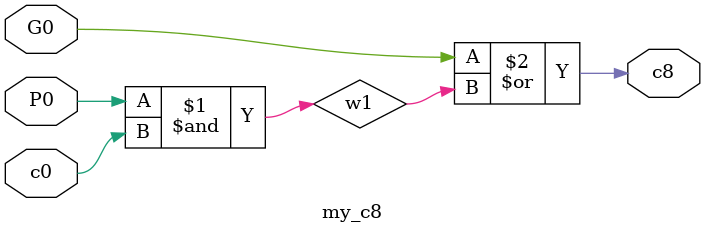
<source format=v>
module my_c8(G0, P0, c0, c8);

    input G0, P0, c0;
    
    output c8;
    
    wire w1;
    
    and myAnd1(w1, P0, c0);
    
    
    or myOr1(c8, G0, w1);
    
endmodule
</source>
